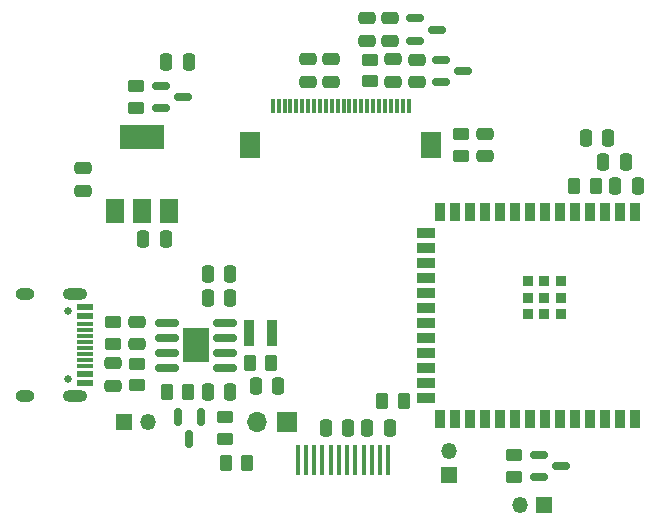
<source format=gbr>
%TF.GenerationSoftware,KiCad,Pcbnew,(6.0.7)*%
%TF.CreationDate,2023-03-05T02:05:44+08:00*%
%TF.ProjectId,CameraPosition,43616d65-7261-4506-9f73-6974696f6e2e,rev?*%
%TF.SameCoordinates,Original*%
%TF.FileFunction,Soldermask,Top*%
%TF.FilePolarity,Negative*%
%FSLAX46Y46*%
G04 Gerber Fmt 4.6, Leading zero omitted, Abs format (unit mm)*
G04 Created by KiCad (PCBNEW (6.0.7)) date 2023-03-05 02:05:44*
%MOMM*%
%LPD*%
G01*
G04 APERTURE LIST*
G04 Aperture macros list*
%AMRoundRect*
0 Rectangle with rounded corners*
0 $1 Rounding radius*
0 $2 $3 $4 $5 $6 $7 $8 $9 X,Y pos of 4 corners*
0 Add a 4 corners polygon primitive as box body*
4,1,4,$2,$3,$4,$5,$6,$7,$8,$9,$2,$3,0*
0 Add four circle primitives for the rounded corners*
1,1,$1+$1,$2,$3*
1,1,$1+$1,$4,$5*
1,1,$1+$1,$6,$7*
1,1,$1+$1,$8,$9*
0 Add four rect primitives between the rounded corners*
20,1,$1+$1,$2,$3,$4,$5,0*
20,1,$1+$1,$4,$5,$6,$7,0*
20,1,$1+$1,$6,$7,$8,$9,0*
20,1,$1+$1,$8,$9,$2,$3,0*%
G04 Aperture macros list end*
%ADD10RoundRect,0.250000X-0.450000X0.262500X-0.450000X-0.262500X0.450000X-0.262500X0.450000X0.262500X0*%
%ADD11RoundRect,0.250000X-0.475000X0.250000X-0.475000X-0.250000X0.475000X-0.250000X0.475000X0.250000X0*%
%ADD12RoundRect,0.250000X-0.250000X-0.475000X0.250000X-0.475000X0.250000X0.475000X-0.250000X0.475000X0*%
%ADD13RoundRect,0.150000X-0.587500X-0.150000X0.587500X-0.150000X0.587500X0.150000X-0.587500X0.150000X0*%
%ADD14RoundRect,0.250000X-0.262500X-0.450000X0.262500X-0.450000X0.262500X0.450000X-0.262500X0.450000X0*%
%ADD15RoundRect,0.250000X0.475000X-0.250000X0.475000X0.250000X-0.475000X0.250000X-0.475000X-0.250000X0*%
%ADD16RoundRect,0.250000X0.262500X0.450000X-0.262500X0.450000X-0.262500X-0.450000X0.262500X-0.450000X0*%
%ADD17RoundRect,0.150000X-0.825000X-0.150000X0.825000X-0.150000X0.825000X0.150000X-0.825000X0.150000X0*%
%ADD18R,2.290000X3.000000*%
%ADD19RoundRect,0.250000X0.250000X0.475000X-0.250000X0.475000X-0.250000X-0.475000X0.250000X-0.475000X0*%
%ADD20R,0.300000X1.300000*%
%ADD21R,1.800000X2.200000*%
%ADD22RoundRect,0.150000X-0.150000X0.587500X-0.150000X-0.587500X0.150000X-0.587500X0.150000X0.587500X0*%
%ADD23RoundRect,0.250000X0.450000X-0.262500X0.450000X0.262500X-0.450000X0.262500X-0.450000X-0.262500X0*%
%ADD24R,0.850000X2.300000*%
%ADD25R,0.900000X1.500000*%
%ADD26R,1.500000X0.900000*%
%ADD27R,0.900000X0.900000*%
%ADD28R,1.700000X1.700000*%
%ADD29O,1.700000X1.700000*%
%ADD30R,1.350000X1.350000*%
%ADD31O,1.350000X1.350000*%
%ADD32R,0.350000X2.500000*%
%ADD33C,0.650000*%
%ADD34R,1.450000X0.600000*%
%ADD35R,1.450000X0.300000*%
%ADD36O,1.600000X1.000000*%
%ADD37O,2.100000X1.000000*%
%ADD38R,1.500000X2.000000*%
%ADD39R,3.800000X2.000000*%
G04 APERTURE END LIST*
D10*
%TO.C,R12*%
X51250000Y-24837500D03*
X51250000Y-26662500D03*
%TD*%
D11*
%TO.C,C5*%
X53000000Y-21350000D03*
X53000000Y-23250000D03*
%TD*%
D12*
%TO.C,C20*%
X69550000Y-31500000D03*
X71450000Y-31500000D03*
%TD*%
%TO.C,C3*%
X32100000Y-40000000D03*
X34000000Y-40000000D03*
%TD*%
D13*
%TO.C,Q3*%
X65562500Y-58300000D03*
X65562500Y-60200000D03*
X67437500Y-59250000D03*
%TD*%
D14*
%TO.C,R8*%
X39087500Y-59000000D03*
X40912500Y-59000000D03*
%TD*%
D12*
%TO.C,C21*%
X71050000Y-33500000D03*
X72950000Y-33500000D03*
%TD*%
D13*
%TO.C,U4*%
X57312500Y-24850000D03*
X57312500Y-26750000D03*
X59187500Y-25800000D03*
%TD*%
D12*
%TO.C,C15*%
X51050000Y-56000000D03*
X52950000Y-56000000D03*
%TD*%
D14*
%TO.C,R11*%
X68587500Y-35500000D03*
X70412500Y-35500000D03*
%TD*%
D11*
%TO.C,C12*%
X55250000Y-24850000D03*
X55250000Y-26750000D03*
%TD*%
D12*
%TO.C,C2*%
X37550000Y-45000000D03*
X39450000Y-45000000D03*
%TD*%
D15*
%TO.C,C14*%
X46000000Y-26700000D03*
X46000000Y-24800000D03*
%TD*%
D10*
%TO.C,R13*%
X63500000Y-58337500D03*
X63500000Y-60162500D03*
%TD*%
%TO.C,R5*%
X31570000Y-50587500D03*
X31570000Y-52412500D03*
%TD*%
D16*
%TO.C,R9*%
X54162500Y-53750000D03*
X52337500Y-53750000D03*
%TD*%
D17*
%TO.C,U3*%
X34095000Y-47095000D03*
X34095000Y-48365000D03*
X34095000Y-49635000D03*
X34095000Y-50905000D03*
X39045000Y-50905000D03*
X39045000Y-49635000D03*
X39045000Y-48365000D03*
X39045000Y-47095000D03*
D18*
X36570000Y-49000000D03*
%TD*%
D19*
%TO.C,C16*%
X49450000Y-56000000D03*
X47550000Y-56000000D03*
%TD*%
D15*
%TO.C,C4*%
X27000000Y-35950000D03*
X27000000Y-34050000D03*
%TD*%
D20*
%TO.C,J2*%
X43050000Y-28800000D03*
X43550000Y-28800000D03*
X44050000Y-28800000D03*
X44550000Y-28800000D03*
X45050000Y-28800000D03*
X45550000Y-28800000D03*
X46050000Y-28800000D03*
X46550000Y-28800000D03*
X47050000Y-28800000D03*
X47550000Y-28800000D03*
X48050000Y-28800000D03*
X48550000Y-28800000D03*
X49050000Y-28800000D03*
X49550000Y-28800000D03*
X50050000Y-28800000D03*
X50550000Y-28800000D03*
X51050000Y-28800000D03*
X51550000Y-28800000D03*
X52050000Y-28800000D03*
X52550000Y-28800000D03*
X53050000Y-28800000D03*
X53550000Y-28800000D03*
X54050000Y-28800000D03*
X54550000Y-28800000D03*
D21*
X41150000Y-32050000D03*
X56450000Y-32050000D03*
%TD*%
D12*
%TO.C,C1*%
X37550000Y-43000000D03*
X39450000Y-43000000D03*
%TD*%
D22*
%TO.C,Q2*%
X36950000Y-55062500D03*
X35050000Y-55062500D03*
X36000000Y-56937500D03*
%TD*%
D10*
%TO.C,R10*%
X39000000Y-55087500D03*
X39000000Y-56912500D03*
%TD*%
D23*
%TO.C,R7*%
X59000000Y-32962500D03*
X59000000Y-31137500D03*
%TD*%
D13*
%TO.C,Q1*%
X33562500Y-27050000D03*
X33562500Y-28950000D03*
X35437500Y-28000000D03*
%TD*%
D11*
%TO.C,C13*%
X53250000Y-24800000D03*
X53250000Y-26700000D03*
%TD*%
D24*
%TO.C,L1*%
X41050000Y-48000000D03*
X43000000Y-48000000D03*
%TD*%
D12*
%TO.C,C8*%
X41600000Y-52500000D03*
X43500000Y-52500000D03*
%TD*%
D14*
%TO.C,R6*%
X34087500Y-53000000D03*
X35912500Y-53000000D03*
%TD*%
D11*
%TO.C,C19*%
X61000000Y-31100000D03*
X61000000Y-33000000D03*
%TD*%
D25*
%TO.C,U6*%
X73760000Y-37750000D03*
X72490000Y-37750000D03*
X71220000Y-37750000D03*
X69950000Y-37750000D03*
X68680000Y-37750000D03*
X67410000Y-37750000D03*
X66140000Y-37750000D03*
X64870000Y-37750000D03*
X63600000Y-37750000D03*
X62330000Y-37750000D03*
X61060000Y-37750000D03*
X59790000Y-37750000D03*
X58520000Y-37750000D03*
X57250000Y-37750000D03*
D26*
X56000000Y-39515000D03*
X56000000Y-40785000D03*
X56000000Y-42055000D03*
X56000000Y-43325000D03*
X56000000Y-44595000D03*
X56000000Y-45865000D03*
X56000000Y-47135000D03*
X56000000Y-48405000D03*
X56000000Y-49675000D03*
X56000000Y-50945000D03*
X56000000Y-52215000D03*
X56000000Y-53485000D03*
D25*
X57250000Y-55250000D03*
X58520000Y-55250000D03*
X59790000Y-55250000D03*
X61060000Y-55250000D03*
X62330000Y-55250000D03*
X63600000Y-55250000D03*
X64870000Y-55250000D03*
X66140000Y-55250000D03*
X67410000Y-55250000D03*
X68680000Y-55250000D03*
X69950000Y-55250000D03*
X71220000Y-55250000D03*
X72490000Y-55250000D03*
X73760000Y-55250000D03*
D27*
X67440000Y-45000000D03*
X67440000Y-43600000D03*
X66040000Y-45000000D03*
X66040000Y-46400000D03*
X64640000Y-45000000D03*
X67440000Y-46400000D03*
X64640000Y-43600000D03*
X64640000Y-46400000D03*
X66040000Y-43600000D03*
%TD*%
D23*
%TO.C,R2*%
X29570000Y-48912500D03*
X29570000Y-47087500D03*
%TD*%
D12*
%TO.C,C11*%
X37550000Y-53000000D03*
X39450000Y-53000000D03*
%TD*%
D13*
%TO.C,U2*%
X55062500Y-21350000D03*
X55062500Y-23250000D03*
X56937500Y-22300000D03*
%TD*%
D28*
%TO.C,BT1*%
X44300000Y-55500000D03*
D29*
X41760000Y-55500000D03*
%TD*%
D30*
%TO.C,TP3*%
X66000000Y-62500000D03*
D31*
X64000000Y-62500000D03*
%TD*%
D30*
%TO.C,TP2*%
X58000000Y-60000000D03*
D31*
X58000000Y-58000000D03*
%TD*%
D32*
%TO.C,U5*%
X45150000Y-58750000D03*
X45850000Y-58750000D03*
X46550000Y-58750000D03*
X47250000Y-58750000D03*
X47950000Y-58750000D03*
X48650000Y-58750000D03*
X49350000Y-58750000D03*
X50050000Y-58750000D03*
X50750000Y-58750000D03*
X51450000Y-58750000D03*
X52150000Y-58750000D03*
X52850000Y-58750000D03*
%TD*%
D10*
%TO.C,R1*%
X31500000Y-27087500D03*
X31500000Y-28912500D03*
%TD*%
D30*
%TO.C,TP1*%
X30500000Y-55500000D03*
D31*
X32500000Y-55500000D03*
%TD*%
D12*
%TO.C,C7*%
X34050000Y-25000000D03*
X35950000Y-25000000D03*
%TD*%
%TO.C,C22*%
X72050000Y-35500000D03*
X73950000Y-35500000D03*
%TD*%
D14*
%TO.C,R4*%
X41087500Y-50500000D03*
X42912500Y-50500000D03*
%TD*%
D33*
%TO.C,J1*%
X25740000Y-46110000D03*
X25740000Y-51890000D03*
D34*
X27185000Y-45750000D03*
X27185000Y-46550000D03*
D35*
X27185000Y-47750000D03*
X27185000Y-48750000D03*
X27185000Y-49250000D03*
X27185000Y-50250000D03*
D34*
X27185000Y-51450000D03*
X27185000Y-52250000D03*
X27185000Y-52250000D03*
X27185000Y-51450000D03*
D35*
X27185000Y-50750000D03*
X27185000Y-49750000D03*
X27185000Y-48250000D03*
X27185000Y-47250000D03*
D34*
X27185000Y-46550000D03*
X27185000Y-45750000D03*
D36*
X22090000Y-53320000D03*
D37*
X26270000Y-44680000D03*
D36*
X22090000Y-44680000D03*
D37*
X26270000Y-53320000D03*
%TD*%
D15*
%TO.C,C17*%
X48000000Y-26700000D03*
X48000000Y-24800000D03*
%TD*%
%TO.C,C10*%
X31570000Y-48950000D03*
X31570000Y-47050000D03*
%TD*%
D38*
%TO.C,U1*%
X29700000Y-37650000D03*
D39*
X32000000Y-31350000D03*
D38*
X32000000Y-37650000D03*
X34300000Y-37650000D03*
%TD*%
D15*
%TO.C,C9*%
X29570000Y-52450000D03*
X29570000Y-50550000D03*
%TD*%
D11*
%TO.C,C6*%
X51000000Y-21350000D03*
X51000000Y-23250000D03*
%TD*%
M02*

</source>
